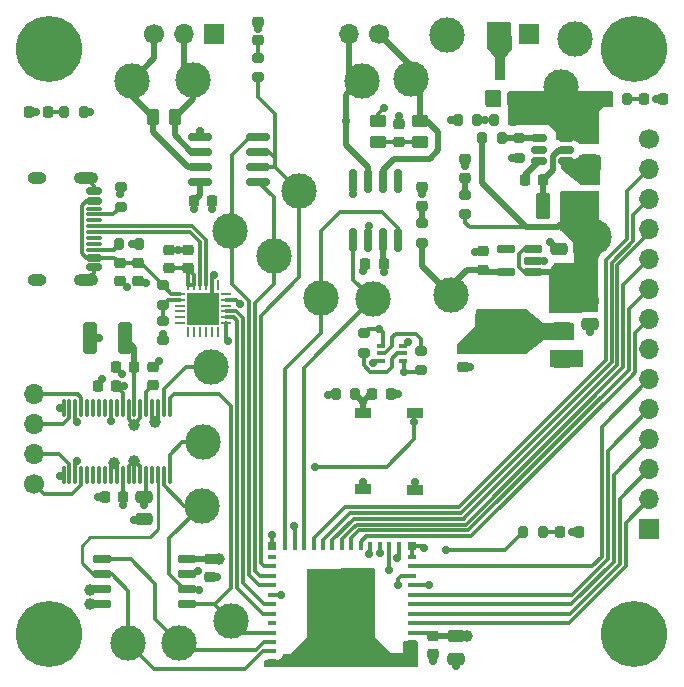
<source format=gtl>
G04 #@! TF.GenerationSoftware,KiCad,Pcbnew,8.0.6*
G04 #@! TF.CreationDate,2025-01-17T02:24:04-08:00*
G04 #@! TF.ProjectId,Constellation Stack V2.0,436f6e73-7465-46c6-9c61-74696f6e2053,rev?*
G04 #@! TF.SameCoordinates,Original*
G04 #@! TF.FileFunction,Copper,L1,Top*
G04 #@! TF.FilePolarity,Positive*
%FSLAX46Y46*%
G04 Gerber Fmt 4.6, Leading zero omitted, Abs format (unit mm)*
G04 Created by KiCad (PCBNEW 8.0.6) date 2025-01-17 02:24:04*
%MOMM*%
%LPD*%
G01*
G04 APERTURE LIST*
G04 Aperture macros list*
%AMRoundRect*
0 Rectangle with rounded corners*
0 $1 Rounding radius*
0 $2 $3 $4 $5 $6 $7 $8 $9 X,Y pos of 4 corners*
0 Add a 4 corners polygon primitive as box body*
4,1,4,$2,$3,$4,$5,$6,$7,$8,$9,$2,$3,0*
0 Add four circle primitives for the rounded corners*
1,1,$1+$1,$2,$3*
1,1,$1+$1,$4,$5*
1,1,$1+$1,$6,$7*
1,1,$1+$1,$8,$9*
0 Add four rect primitives between the rounded corners*
20,1,$1+$1,$2,$3,$4,$5,0*
20,1,$1+$1,$4,$5,$6,$7,0*
20,1,$1+$1,$6,$7,$8,$9,0*
20,1,$1+$1,$8,$9,$2,$3,0*%
%AMFreePoly0*
4,1,14,0.728536,0.728536,0.730000,0.725000,0.730000,-0.725000,0.728536,-0.728536,0.725000,-0.730000,-0.725000,-0.730000,-0.728536,-0.728536,-0.730000,-0.725000,-0.730000,0.125000,-0.728536,0.128536,-0.128536,0.728536,-0.125000,0.730000,0.725000,0.730000,0.728536,0.728536,0.728536,0.728536,$1*%
G04 Aperture macros list end*
G04 #@! TA.AperFunction,SMDPad,CuDef*
%ADD10RoundRect,0.150000X0.150000X-0.825000X0.150000X0.825000X-0.150000X0.825000X-0.150000X-0.825000X0*%
G04 #@! TD*
G04 #@! TA.AperFunction,SMDPad,CuDef*
%ADD11RoundRect,0.218750X-0.218750X-0.256250X0.218750X-0.256250X0.218750X0.256250X-0.218750X0.256250X0*%
G04 #@! TD*
G04 #@! TA.AperFunction,SMDPad,CuDef*
%ADD12RoundRect,0.200000X0.275000X-0.200000X0.275000X0.200000X-0.275000X0.200000X-0.275000X-0.200000X0*%
G04 #@! TD*
G04 #@! TA.AperFunction,SMDPad,CuDef*
%ADD13RoundRect,0.250000X0.450000X-0.262500X0.450000X0.262500X-0.450000X0.262500X-0.450000X-0.262500X0*%
G04 #@! TD*
G04 #@! TA.AperFunction,SMDPad,CuDef*
%ADD14RoundRect,0.250000X-0.262500X-0.450000X0.262500X-0.450000X0.262500X0.450000X-0.262500X0.450000X0*%
G04 #@! TD*
G04 #@! TA.AperFunction,ComponentPad*
%ADD15C,5.600000*%
G04 #@! TD*
G04 #@! TA.AperFunction,SMDPad,CuDef*
%ADD16RoundRect,0.100000X-0.225000X-0.100000X0.225000X-0.100000X0.225000X0.100000X-0.225000X0.100000X0*%
G04 #@! TD*
G04 #@! TA.AperFunction,SMDPad,CuDef*
%ADD17RoundRect,0.200000X0.200000X0.275000X-0.200000X0.275000X-0.200000X-0.275000X0.200000X-0.275000X0*%
G04 #@! TD*
G04 #@! TA.AperFunction,SMDPad,CuDef*
%ADD18RoundRect,0.075000X-0.075000X0.662500X-0.075000X-0.662500X0.075000X-0.662500X0.075000X0.662500X0*%
G04 #@! TD*
G04 #@! TA.AperFunction,SMDPad,CuDef*
%ADD19RoundRect,0.225000X0.250000X-0.225000X0.250000X0.225000X-0.250000X0.225000X-0.250000X-0.225000X0*%
G04 #@! TD*
G04 #@! TA.AperFunction,SMDPad,CuDef*
%ADD20RoundRect,0.250000X-0.475000X0.250000X-0.475000X-0.250000X0.475000X-0.250000X0.475000X0.250000X0*%
G04 #@! TD*
G04 #@! TA.AperFunction,SMDPad,CuDef*
%ADD21RoundRect,0.250000X0.475000X-0.250000X0.475000X0.250000X-0.475000X0.250000X-0.475000X-0.250000X0*%
G04 #@! TD*
G04 #@! TA.AperFunction,SMDPad,CuDef*
%ADD22RoundRect,0.150000X-0.500000X0.150000X-0.500000X-0.150000X0.500000X-0.150000X0.500000X0.150000X0*%
G04 #@! TD*
G04 #@! TA.AperFunction,SMDPad,CuDef*
%ADD23RoundRect,0.075000X-0.575000X0.075000X-0.575000X-0.075000X0.575000X-0.075000X0.575000X0.075000X0*%
G04 #@! TD*
G04 #@! TA.AperFunction,ComponentPad*
%ADD24O,2.100000X1.000000*%
G04 #@! TD*
G04 #@! TA.AperFunction,ComponentPad*
%ADD25O,1.600000X1.000000*%
G04 #@! TD*
G04 #@! TA.AperFunction,SMDPad,CuDef*
%ADD26RoundRect,0.062500X-0.062500X0.350000X-0.062500X-0.350000X0.062500X-0.350000X0.062500X0.350000X0*%
G04 #@! TD*
G04 #@! TA.AperFunction,SMDPad,CuDef*
%ADD27RoundRect,0.062500X-0.350000X0.062500X-0.350000X-0.062500X0.350000X-0.062500X0.350000X0.062500X0*%
G04 #@! TD*
G04 #@! TA.AperFunction,HeatsinkPad*
%ADD28R,2.700000X2.700000*%
G04 #@! TD*
G04 #@! TA.AperFunction,SMDPad,CuDef*
%ADD29RoundRect,0.225000X-0.225000X-0.250000X0.225000X-0.250000X0.225000X0.250000X-0.225000X0.250000X0*%
G04 #@! TD*
G04 #@! TA.AperFunction,SMDPad,CuDef*
%ADD30RoundRect,0.225000X-0.250000X0.225000X-0.250000X-0.225000X0.250000X-0.225000X0.250000X0.225000X0*%
G04 #@! TD*
G04 #@! TA.AperFunction,SMDPad,CuDef*
%ADD31RoundRect,0.375000X0.625000X0.375000X-0.625000X0.375000X-0.625000X-0.375000X0.625000X-0.375000X0*%
G04 #@! TD*
G04 #@! TA.AperFunction,SMDPad,CuDef*
%ADD32RoundRect,0.500000X0.500000X1.400000X-0.500000X1.400000X-0.500000X-1.400000X0.500000X-1.400000X0*%
G04 #@! TD*
G04 #@! TA.AperFunction,SMDPad,CuDef*
%ADD33RoundRect,0.150000X0.512500X0.150000X-0.512500X0.150000X-0.512500X-0.150000X0.512500X-0.150000X0*%
G04 #@! TD*
G04 #@! TA.AperFunction,SMDPad,CuDef*
%ADD34RoundRect,0.225000X0.225000X0.250000X-0.225000X0.250000X-0.225000X-0.250000X0.225000X-0.250000X0*%
G04 #@! TD*
G04 #@! TA.AperFunction,SMDPad,CuDef*
%ADD35RoundRect,0.218750X0.218750X0.256250X-0.218750X0.256250X-0.218750X-0.256250X0.218750X-0.256250X0*%
G04 #@! TD*
G04 #@! TA.AperFunction,SMDPad,CuDef*
%ADD36R,0.800000X0.400000*%
G04 #@! TD*
G04 #@! TA.AperFunction,SMDPad,CuDef*
%ADD37R,0.400000X0.800000*%
G04 #@! TD*
G04 #@! TA.AperFunction,SMDPad,CuDef*
%ADD38R,1.450000X1.450000*%
G04 #@! TD*
G04 #@! TA.AperFunction,SMDPad,CuDef*
%ADD39FreePoly0,180.000000*%
G04 #@! TD*
G04 #@! TA.AperFunction,SMDPad,CuDef*
%ADD40R,0.700000X0.700000*%
G04 #@! TD*
G04 #@! TA.AperFunction,SMDPad,CuDef*
%ADD41RoundRect,0.150000X-0.650000X-0.150000X0.650000X-0.150000X0.650000X0.150000X-0.650000X0.150000X0*%
G04 #@! TD*
G04 #@! TA.AperFunction,SMDPad,CuDef*
%ADD42RoundRect,0.200000X-0.200000X-0.275000X0.200000X-0.275000X0.200000X0.275000X-0.200000X0.275000X0*%
G04 #@! TD*
G04 #@! TA.AperFunction,SMDPad,CuDef*
%ADD43R,1.397000X0.889000*%
G04 #@! TD*
G04 #@! TA.AperFunction,SMDPad,CuDef*
%ADD44RoundRect,0.150000X0.650000X0.150000X-0.650000X0.150000X-0.650000X-0.150000X0.650000X-0.150000X0*%
G04 #@! TD*
G04 #@! TA.AperFunction,SMDPad,CuDef*
%ADD45RoundRect,0.250000X-0.325000X-1.100000X0.325000X-1.100000X0.325000X1.100000X-0.325000X1.100000X0*%
G04 #@! TD*
G04 #@! TA.AperFunction,SMDPad,CuDef*
%ADD46RoundRect,0.150000X0.150000X-0.512500X0.150000X0.512500X-0.150000X0.512500X-0.150000X-0.512500X0*%
G04 #@! TD*
G04 #@! TA.AperFunction,SMDPad,CuDef*
%ADD47RoundRect,0.150000X0.825000X0.150000X-0.825000X0.150000X-0.825000X-0.150000X0.825000X-0.150000X0*%
G04 #@! TD*
G04 #@! TA.AperFunction,SMDPad,CuDef*
%ADD48RoundRect,0.250000X-0.375000X-0.850000X0.375000X-0.850000X0.375000X0.850000X-0.375000X0.850000X0*%
G04 #@! TD*
G04 #@! TA.AperFunction,SMDPad,CuDef*
%ADD49RoundRect,0.250000X-0.450000X0.262500X-0.450000X-0.262500X0.450000X-0.262500X0.450000X0.262500X0*%
G04 #@! TD*
G04 #@! TA.AperFunction,SMDPad,CuDef*
%ADD50RoundRect,0.218750X-0.256250X0.218750X-0.256250X-0.218750X0.256250X-0.218750X0.256250X0.218750X0*%
G04 #@! TD*
G04 #@! TA.AperFunction,SMDPad,CuDef*
%ADD51RoundRect,0.200000X-0.275000X0.200000X-0.275000X-0.200000X0.275000X-0.200000X0.275000X0.200000X0*%
G04 #@! TD*
G04 #@! TA.AperFunction,ComponentPad*
%ADD52C,3.000000*%
G04 #@! TD*
G04 #@! TA.AperFunction,ComponentPad*
%ADD53C,1.700000*%
G04 #@! TD*
G04 #@! TA.AperFunction,ComponentPad*
%ADD54O,1.700000X1.700000*%
G04 #@! TD*
G04 #@! TA.AperFunction,ComponentPad*
%ADD55R,1.700000X1.700000*%
G04 #@! TD*
G04 #@! TA.AperFunction,ViaPad*
%ADD56C,1.000000*%
G04 #@! TD*
G04 #@! TA.AperFunction,ViaPad*
%ADD57C,0.700000*%
G04 #@! TD*
G04 #@! TA.AperFunction,Conductor*
%ADD58C,0.300000*%
G04 #@! TD*
G04 #@! TA.AperFunction,Conductor*
%ADD59C,0.500000*%
G04 #@! TD*
G04 #@! TA.AperFunction,Conductor*
%ADD60C,0.250000*%
G04 #@! TD*
G04 APERTURE END LIST*
D10*
X54950000Y-45330000D03*
X56220000Y-45330000D03*
X57490000Y-45330000D03*
X58760000Y-45330000D03*
X58760000Y-40380000D03*
X57490000Y-40380000D03*
X56220000Y-40380000D03*
X54950000Y-40380000D03*
D11*
X27492500Y-34544000D03*
X29067500Y-34544000D03*
D12*
X38795000Y-50830000D03*
X38795000Y-49180000D03*
D13*
X60604999Y-37075000D03*
X60604999Y-35250000D03*
D14*
X37995000Y-34970000D03*
X39820000Y-34970000D03*
D15*
X78740000Y-78740000D03*
D16*
X57282499Y-54307500D03*
X57282500Y-54957500D03*
X57282499Y-55607500D03*
X59182499Y-55607500D03*
X59182498Y-54957500D03*
X59182499Y-54307500D03*
D17*
X65420000Y-35160000D03*
X63770000Y-35160000D03*
D18*
X39412500Y-59567500D03*
X38912500Y-59567500D03*
X38412500Y-59567500D03*
X37912500Y-59567500D03*
X37412500Y-59567500D03*
X36912500Y-59567500D03*
X36412500Y-59567500D03*
X35912500Y-59567500D03*
X35412500Y-59567500D03*
X34912500Y-59567500D03*
X34412500Y-59567500D03*
X33912500Y-59567500D03*
X33412500Y-59567500D03*
X32912500Y-59567500D03*
X32412500Y-59567500D03*
X31912500Y-59567500D03*
X31412500Y-59567500D03*
X30912500Y-59567500D03*
X30412500Y-59567500D03*
X30412500Y-65292500D03*
X30912500Y-65292500D03*
X31412500Y-65292500D03*
X31912500Y-65292500D03*
X32412500Y-65292500D03*
X32912500Y-65292500D03*
X33412500Y-65292500D03*
X33912500Y-65292500D03*
X34412500Y-65292500D03*
X34912500Y-65292500D03*
X35412500Y-65292500D03*
X35912500Y-65292500D03*
X36412500Y-65292500D03*
X36912500Y-65292500D03*
X37412500Y-65292500D03*
X37912500Y-65292500D03*
X38412500Y-65292500D03*
X38912500Y-65292500D03*
X39412500Y-65292500D03*
D19*
X74930000Y-41850000D03*
X74930000Y-40300000D03*
D20*
X74950000Y-50550000D03*
X74950000Y-52449998D03*
D21*
X37240000Y-69019999D03*
X37240000Y-67120001D03*
D22*
X32955000Y-41250000D03*
X32955000Y-42050000D03*
D23*
X32954999Y-43200000D03*
X32955000Y-44200000D03*
X32955000Y-44700000D03*
X32954999Y-45700000D03*
D22*
X32955000Y-46850000D03*
X32955000Y-47650000D03*
X32955000Y-47650000D03*
X32955000Y-46850000D03*
D23*
X32955000Y-46200000D03*
X32955000Y-45200000D03*
X32955000Y-43700000D03*
X32955000Y-42700000D03*
D22*
X32955000Y-42050000D03*
X32955000Y-41250000D03*
D24*
X32315000Y-40130000D03*
D25*
X28135000Y-40130000D03*
D24*
X32315000Y-48770000D03*
D25*
X28135000Y-48770000D03*
D19*
X40905000Y-47730001D03*
X40905000Y-46180001D03*
D26*
X43470000Y-49197499D03*
X42970000Y-49197500D03*
X42470000Y-49197500D03*
X41970000Y-49197500D03*
X41470000Y-49197500D03*
X40970000Y-49197499D03*
D27*
X40257499Y-49910000D03*
X40257500Y-50410000D03*
X40257500Y-50910000D03*
X40257500Y-51410000D03*
X40257500Y-51910000D03*
X40257499Y-52410000D03*
D26*
X40970000Y-53122501D03*
X41470000Y-53122500D03*
X41970000Y-53122500D03*
X42470000Y-53122500D03*
X42970000Y-53122500D03*
X43470000Y-53122501D03*
D27*
X44182501Y-52410000D03*
X44182500Y-51910000D03*
X44182500Y-51410000D03*
X44182500Y-50910000D03*
X44182500Y-50410000D03*
X44182501Y-49910000D03*
D28*
X42220000Y-51160000D03*
D29*
X56555000Y-58400000D03*
X58105000Y-58400000D03*
D15*
X29210000Y-78740000D03*
D30*
X35183750Y-47317500D03*
X35183750Y-48867500D03*
D31*
X72600000Y-55400000D03*
X72599999Y-53100000D03*
X72600000Y-50800000D03*
D32*
X66300001Y-53100000D03*
D33*
X72980000Y-38659999D03*
X72980000Y-37710000D03*
X72980000Y-36760001D03*
X70705000Y-36760001D03*
X70705000Y-37710000D03*
X70705000Y-38659999D03*
D29*
X34862500Y-56150000D03*
X36412500Y-56150000D03*
D34*
X57520000Y-47395000D03*
X55970000Y-47395000D03*
D30*
X42790000Y-72365000D03*
X42790000Y-73915000D03*
D12*
X35233750Y-42527500D03*
X35233750Y-40877500D03*
D35*
X74032501Y-70100000D03*
X72457499Y-70100000D03*
D12*
X60790000Y-45595000D03*
X60790000Y-43945000D03*
D36*
X59875000Y-80200000D03*
X59875000Y-79400000D03*
X59875000Y-78600000D03*
X59875000Y-77800000D03*
X59875000Y-76999999D03*
X59875000Y-76200000D03*
X59875000Y-75400001D03*
X59875000Y-74600000D03*
X59875000Y-73800000D03*
X59875000Y-73000000D03*
X59875000Y-72200000D03*
D37*
X58775000Y-71300000D03*
X57975000Y-71300000D03*
X57175000Y-71300000D03*
X56375000Y-71300000D03*
X55575000Y-71300000D03*
X54775000Y-71300000D03*
X53975000Y-71300000D03*
X53175000Y-71300000D03*
X52375000Y-71300000D03*
X51575000Y-71300000D03*
X50775000Y-71300000D03*
X49975000Y-71300000D03*
X49175000Y-71300000D03*
D36*
X48075000Y-72200000D03*
X48075000Y-73000000D03*
X48075000Y-73800000D03*
X48075000Y-74600000D03*
X48075000Y-75400001D03*
X48075000Y-76200000D03*
X48075000Y-76999999D03*
X48075000Y-77800000D03*
X48075000Y-78600000D03*
X48075000Y-79400000D03*
X48075000Y-80200000D03*
D37*
X49175000Y-81100000D03*
X49975000Y-81100000D03*
X50775000Y-81100000D03*
X51575000Y-81100000D03*
X52375000Y-81100000D03*
X53175000Y-81100000D03*
X53975000Y-81100000D03*
X54775000Y-81100000D03*
X55575000Y-81100000D03*
X56375000Y-81100000D03*
X57175000Y-81100000D03*
X57975000Y-81100000D03*
X58775000Y-81100000D03*
D38*
X53975000Y-76200000D03*
X53975000Y-74225000D03*
X52000000Y-74225000D03*
X52000000Y-76200000D03*
X52000000Y-78175000D03*
D39*
X55950000Y-78175000D03*
D38*
X55950000Y-76200000D03*
X55950000Y-74225000D03*
X53975000Y-78175000D03*
D40*
X48025000Y-81150000D03*
X48025000Y-71250000D03*
X59925000Y-71250000D03*
X59925000Y-81150000D03*
D41*
X33680000Y-72405000D03*
X33680000Y-73675000D03*
X33680000Y-74945000D03*
X33680000Y-76215000D03*
X40880000Y-76215000D03*
X40880000Y-74945000D03*
X40880000Y-73675000D03*
X40880000Y-72405000D03*
D30*
X58840000Y-35525000D03*
X58840000Y-37075000D03*
X61700000Y-78850000D03*
X61700000Y-80400000D03*
X64219999Y-54550000D03*
X64219999Y-56100000D03*
D29*
X33325000Y-57760000D03*
X34875000Y-57760000D03*
D19*
X65900000Y-47875000D03*
X65900000Y-46325000D03*
D42*
X35128750Y-45732500D03*
X36778750Y-45732500D03*
X69330000Y-70100000D03*
X70980000Y-70100000D03*
D43*
X55755000Y-66479999D03*
X55755000Y-59979997D03*
D12*
X38790000Y-53855000D03*
X38790000Y-52205000D03*
D43*
X60165000Y-66499999D03*
X60165000Y-59999997D03*
D17*
X32130000Y-34544000D03*
X30480000Y-34544000D03*
D12*
X68980000Y-38410001D03*
X68980000Y-36760001D03*
D44*
X70160000Y-48050000D03*
X70160000Y-47100000D03*
X70160000Y-46150000D03*
X67860000Y-46150000D03*
X67860000Y-48050000D03*
D45*
X32674999Y-53680000D03*
X35625001Y-53680000D03*
D46*
X66420002Y-33400000D03*
X68320000Y-33400000D03*
X67370001Y-31125000D03*
D21*
X72340001Y-48029998D03*
X72340001Y-46130000D03*
D19*
X39315000Y-47730000D03*
X39315000Y-46180000D03*
D47*
X46895000Y-40430000D03*
X46895000Y-39160000D03*
X46895000Y-37890000D03*
X46895000Y-36620000D03*
X41945000Y-36620000D03*
X41945000Y-37890000D03*
X41945000Y-39160000D03*
X41945000Y-40430000D03*
D35*
X81155002Y-33380000D03*
X79580000Y-33380000D03*
D48*
X71035000Y-42510000D03*
X73185000Y-42510000D03*
D15*
X78740000Y-29210000D03*
D19*
X38000000Y-57675000D03*
X38000000Y-56125000D03*
D49*
X57074999Y-35250000D03*
X57074999Y-37075000D03*
D29*
X33895000Y-67130000D03*
X35445000Y-67130000D03*
D12*
X64430000Y-43175000D03*
X64430000Y-41525000D03*
D42*
X53470000Y-58400000D03*
X55120000Y-58400000D03*
D30*
X36753750Y-47317501D03*
X36753750Y-48867501D03*
D12*
X46850000Y-31595000D03*
X46850000Y-29945000D03*
D50*
X46859999Y-26872499D03*
X46859999Y-28447501D03*
X64420000Y-38512499D03*
X64420000Y-40087501D03*
D42*
X76505000Y-33380000D03*
X78155000Y-33380000D03*
D20*
X74940000Y-36690000D03*
X74940000Y-38589998D03*
D12*
X60682500Y-56405000D03*
X60682500Y-54755000D03*
D17*
X67500000Y-36760001D03*
X65850000Y-36760001D03*
D50*
X60790000Y-40904998D03*
X60790000Y-42480000D03*
D29*
X41440000Y-42090000D03*
X42990000Y-42090000D03*
D15*
X29210000Y-29210000D03*
D20*
X63610000Y-78900000D03*
X63610000Y-80799998D03*
D17*
X68470000Y-35160000D03*
X66820000Y-35160000D03*
D51*
X55812500Y-53275000D03*
X55812500Y-54925000D03*
D29*
X69485000Y-40250000D03*
X71035000Y-40250000D03*
D52*
X62860000Y-27980000D03*
X42870000Y-56080000D03*
X40175000Y-79490000D03*
X50370000Y-41190000D03*
X56580000Y-50380000D03*
X36200000Y-31870000D03*
X42180000Y-62470000D03*
X41410000Y-31850000D03*
X44600000Y-77610000D03*
D53*
X38100000Y-27940000D03*
D54*
X40640000Y-27940000D03*
D55*
X43179999Y-27940000D03*
D53*
X57150000Y-27940000D03*
D54*
X54610000Y-27940000D03*
D52*
X42140000Y-67850000D03*
X63246000Y-50038000D03*
X73725000Y-28350000D03*
X44510000Y-44590000D03*
X52240000Y-50310000D03*
X72500000Y-32375000D03*
D53*
X27940000Y-66040000D03*
D54*
X27940000Y-63500000D03*
X27940000Y-60960001D03*
X27940000Y-58420000D03*
D52*
X48220000Y-46710000D03*
D55*
X69850000Y-27940000D03*
D54*
X67310000Y-27940000D03*
D52*
X59850000Y-31710000D03*
X75280000Y-45110000D03*
X35890000Y-79490000D03*
X55690000Y-31880000D03*
D53*
X80010000Y-36830000D03*
D54*
X80010000Y-39370000D03*
X80010000Y-41910000D03*
X80010000Y-44450000D03*
X80010000Y-46990000D03*
X80010000Y-49530000D03*
X80010000Y-52070000D03*
X80010000Y-54610000D03*
X80010000Y-57150000D03*
X80010000Y-59690000D03*
X80010000Y-62230000D03*
X80010000Y-64770000D03*
X80010000Y-67310000D03*
D55*
X80010000Y-69850000D03*
D56*
X52665578Y-79705467D03*
D57*
X33290000Y-67150000D03*
X73450000Y-70120000D03*
D56*
X36412500Y-64030000D03*
D57*
X30100000Y-65310000D03*
X30080000Y-59570000D03*
X71630000Y-45560000D03*
X35753750Y-49312500D03*
X80567500Y-33391362D03*
X31553744Y-64071773D03*
X38500000Y-55620000D03*
X43169999Y-48281593D03*
X48060000Y-70330000D03*
D56*
X38160000Y-60800000D03*
D57*
X35380000Y-56670000D03*
X33440000Y-53680000D03*
D56*
X56640579Y-79705467D03*
D57*
X36350000Y-69050000D03*
X43420000Y-73920000D03*
X40127500Y-46190000D03*
D56*
X51340579Y-79705467D03*
D57*
X36213750Y-45732500D03*
X28080000Y-34544000D03*
X46870000Y-27460001D03*
X61710000Y-81020000D03*
X55785000Y-48025000D03*
X73800000Y-39810000D03*
D56*
X53990579Y-79705467D03*
D57*
X64860000Y-56130000D03*
X60155000Y-65879998D03*
X60780000Y-41492501D03*
X58715000Y-58440000D03*
X58850000Y-34900000D03*
X67100000Y-32990000D03*
X60910000Y-71430000D03*
X42985000Y-42730000D03*
D56*
X55315578Y-79705467D03*
D57*
X74000000Y-55780000D03*
X63200000Y-35170000D03*
X74950000Y-53120000D03*
X65260000Y-46340000D03*
X74010000Y-55050000D03*
X67110000Y-33710000D03*
D56*
X34662499Y-64247525D03*
D57*
X63630000Y-81460000D03*
X38800000Y-53300000D03*
X71110000Y-47120000D03*
X57170000Y-71850000D03*
X64436031Y-39100001D03*
X34412559Y-60690221D03*
X37393750Y-48992500D03*
D56*
X32620000Y-76220000D03*
D57*
X31514365Y-60765555D03*
X35223750Y-41442500D03*
X55755000Y-65870000D03*
X41974999Y-36160000D03*
X54935000Y-41505000D03*
X56240000Y-44200000D03*
D56*
X36375889Y-61005000D03*
D57*
X68359999Y-38410001D03*
X33700000Y-57150000D03*
D56*
X69550000Y-53090000D03*
X32620000Y-74970000D03*
X68450000Y-51990000D03*
X43530000Y-72330000D03*
X68450000Y-53080000D03*
D57*
X41800000Y-73380000D03*
D56*
X69550000Y-54190000D03*
D57*
X32690000Y-34554000D03*
D56*
X69500000Y-51990000D03*
D57*
X37250000Y-67800000D03*
D56*
X68450000Y-54190000D03*
D57*
X52797500Y-58460000D03*
D56*
X64600000Y-78900000D03*
D57*
X41450000Y-42760000D03*
X57520000Y-48030000D03*
X35440000Y-67760000D03*
X35500000Y-57760000D03*
X61380000Y-74600000D03*
X55755000Y-59070000D03*
X56617475Y-55755025D03*
X54300000Y-35300000D03*
X51720000Y-64550000D03*
X49930000Y-69600000D03*
X59585000Y-54000000D03*
X60105000Y-60790000D03*
X45390000Y-50800000D03*
X57112500Y-52870000D03*
X44360000Y-53880000D03*
X59242500Y-56570000D03*
X58700000Y-74600000D03*
X66120000Y-35160000D03*
X56273892Y-71933637D03*
X62760000Y-71620000D03*
X57525000Y-34200000D03*
X41890000Y-74960000D03*
X48830000Y-75400000D03*
X57975000Y-73333637D03*
X58675000Y-72320000D03*
D58*
X41945000Y-36620000D02*
X41945000Y-36190000D01*
X38412500Y-59567500D02*
X38412500Y-60547500D01*
X48025000Y-71250000D02*
X48025000Y-70365000D01*
X59875000Y-71300000D02*
X59925000Y-71250000D01*
X30082500Y-59567500D02*
X30080000Y-59570000D01*
X55970000Y-47840000D02*
X55785000Y-48025000D01*
D59*
X58675000Y-58400000D02*
X58715000Y-58440000D01*
X55755000Y-66480000D02*
X55755000Y-65870000D01*
D58*
X27492500Y-34544000D02*
X28080000Y-34544000D01*
X35912500Y-60541611D02*
X35912500Y-59567500D01*
X34862500Y-56150000D02*
X34862500Y-56152500D01*
X61700000Y-80400000D02*
X61700000Y-81010000D01*
X46859999Y-27450000D02*
X46870000Y-27460001D01*
D59*
X38790000Y-53310000D02*
X38800000Y-53300000D01*
D58*
X31412500Y-65292500D02*
X31412500Y-64213017D01*
X30117500Y-65292500D02*
X30100000Y-65310000D01*
X60730000Y-71250000D02*
X59925000Y-71250000D01*
X63610000Y-81440000D02*
X63630000Y-81460000D01*
D59*
X60165000Y-65889998D02*
X60155000Y-65879998D01*
X60790000Y-41482501D02*
X60780000Y-41492501D01*
X72340001Y-46130000D02*
X72200000Y-46130000D01*
D58*
X42990000Y-42090000D02*
X42990000Y-42725000D01*
X36778750Y-45732500D02*
X36213750Y-45732500D01*
X56220000Y-45330000D02*
X56220000Y-44220000D01*
D59*
X60790000Y-40904998D02*
X60790000Y-41482501D01*
D58*
X38000000Y-56125000D02*
X38000000Y-56120000D01*
X31412500Y-60663690D02*
X31514365Y-60765555D01*
X30412500Y-65292500D02*
X30117500Y-65292500D01*
X63210000Y-35160000D02*
X63200000Y-35170000D01*
D59*
X33680000Y-76215000D02*
X32625000Y-76215000D01*
D58*
X64420000Y-39083970D02*
X64436031Y-39100001D01*
X42970000Y-49197500D02*
X42970001Y-48481592D01*
X33895000Y-67130000D02*
X33310000Y-67130000D01*
D59*
X74950000Y-52449998D02*
X74950000Y-53120000D01*
D58*
X37912500Y-59567500D02*
X37912500Y-60552500D01*
X31412500Y-64213017D02*
X31553744Y-64071773D01*
X43415000Y-73915000D02*
X43420000Y-73920000D01*
D59*
X64219999Y-56100000D02*
X64830000Y-56100000D01*
D58*
X37912500Y-60552500D02*
X38160000Y-60800000D01*
X65275000Y-46325000D02*
X65260000Y-46340000D01*
X64420000Y-38512499D02*
X64420000Y-39083970D01*
X32674999Y-53680000D02*
X33440000Y-53680000D01*
X34412500Y-59567500D02*
X34412500Y-60690162D01*
X63610000Y-80799998D02*
X63610000Y-81440000D01*
X57175000Y-71845000D02*
X57170000Y-71850000D01*
D59*
X68359999Y-38410001D02*
X68980000Y-38410001D01*
X60165000Y-66499999D02*
X60165000Y-65889998D01*
D58*
X33325000Y-57525000D02*
X33700000Y-57150000D01*
X35183750Y-48867500D02*
X35308750Y-48867500D01*
X59875000Y-72200000D02*
X59875000Y-71300000D01*
X35233750Y-41432500D02*
X35223750Y-41442500D01*
D59*
X58105000Y-58400000D02*
X58675000Y-58400000D01*
D58*
X32948750Y-48142500D02*
X32308750Y-48782500D01*
X41945000Y-36190000D02*
X41974999Y-36160000D01*
X32948750Y-47662500D02*
X32948750Y-48142500D01*
X70160000Y-47100000D02*
X71090000Y-47100000D01*
X32950000Y-41260000D02*
X32950000Y-40780000D01*
X34662499Y-64247525D02*
X34912500Y-64497526D01*
X34412500Y-60690162D02*
X34412559Y-60690221D01*
D59*
X40127500Y-46190000D02*
X39325000Y-46190000D01*
D58*
X35233750Y-40877500D02*
X35233750Y-41432500D01*
X58840000Y-35525000D02*
X58840000Y-34910000D01*
X63770000Y-35160000D02*
X63210000Y-35160000D01*
D59*
X64830000Y-56100000D02*
X64860000Y-56130000D01*
D58*
X33310000Y-67130000D02*
X33290000Y-67150000D01*
D59*
X38790000Y-53855000D02*
X38790000Y-53310000D01*
D58*
X80578862Y-33380000D02*
X80567500Y-33391362D01*
X30412500Y-59567500D02*
X30082500Y-59567500D01*
X35308750Y-48867500D02*
X35753750Y-49312500D01*
X37240000Y-69019999D02*
X36380001Y-69019999D01*
D59*
X72200000Y-46130000D02*
X71630000Y-45560000D01*
D58*
X42970001Y-48481592D02*
X43169999Y-48281593D01*
X81155002Y-33380000D02*
X80578862Y-33380000D01*
X36380001Y-69019999D02*
X36350000Y-69050000D01*
X31412500Y-59567500D02*
X31412500Y-60663690D01*
X34912500Y-64497526D02*
X34912500Y-65292500D01*
X57175000Y-71300000D02*
X57175000Y-71845000D01*
X34862500Y-56152500D02*
X35380000Y-56670000D01*
X56220000Y-44220000D02*
X56240000Y-44200000D01*
X32950000Y-40780000D02*
X32310000Y-40140000D01*
D59*
X32625000Y-76215000D02*
X32620000Y-76220000D01*
D58*
X42220000Y-51160000D02*
X42970000Y-50410000D01*
D59*
X39325000Y-46190000D02*
X39315000Y-46180000D01*
D58*
X38000000Y-56120000D02*
X38500000Y-55620000D01*
X42970000Y-50410000D02*
X42970000Y-49197500D01*
X58840000Y-34910000D02*
X58850000Y-34900000D01*
X54950000Y-41490000D02*
X54935000Y-41505000D01*
X36912500Y-60468389D02*
X36912500Y-59567500D01*
X36753750Y-48867501D02*
X37268751Y-48867501D01*
D59*
X40905001Y-46180001D02*
X40137498Y-46180001D01*
D58*
X46859999Y-26872499D02*
X46859999Y-27450000D01*
X42790000Y-73915000D02*
X43415000Y-73915000D01*
X37268751Y-48867501D02*
X37393750Y-48992500D01*
X36375889Y-61005000D02*
X36912500Y-60468389D01*
X55970000Y-47395000D02*
X55970000Y-47840000D01*
X35912500Y-65292500D02*
X35912500Y-64530000D01*
X35912500Y-64530000D02*
X36412500Y-64030000D01*
X36912500Y-64530000D02*
X36412500Y-64030000D01*
X71090000Y-47100000D02*
X71110000Y-47120000D01*
D59*
X40137498Y-46180001D02*
X40127500Y-46190000D01*
D58*
X36375889Y-61005000D02*
X35912500Y-60541611D01*
X65900000Y-46325000D02*
X65275000Y-46325000D01*
X33325000Y-57760000D02*
X33325000Y-57525000D01*
X34662499Y-64247525D02*
X34412500Y-64497524D01*
X54950000Y-40380000D02*
X54950000Y-41490000D01*
X42990000Y-42725000D02*
X42985000Y-42730000D01*
X34412500Y-64497524D02*
X34412500Y-65292500D01*
X61700000Y-81010000D02*
X61710000Y-81020000D01*
X36412500Y-64030000D02*
X36412500Y-65292500D01*
X38412500Y-60547500D02*
X38160000Y-60800000D01*
X36912500Y-65292500D02*
X36912500Y-64530000D01*
X48025000Y-70365000D02*
X48060000Y-70330000D01*
X60910000Y-71430000D02*
X60730000Y-71250000D01*
D59*
X40880000Y-72405000D02*
X42750000Y-72405000D01*
X52857500Y-58400000D02*
X52797500Y-58460000D01*
D58*
X61450000Y-78600000D02*
X61700000Y-78850000D01*
D59*
X63610000Y-78900000D02*
X61750000Y-78900000D01*
D58*
X40880000Y-73675000D02*
X41505000Y-73675000D01*
D59*
X33680000Y-74945000D02*
X32645000Y-74945000D01*
X53470000Y-58400000D02*
X52857500Y-58400000D01*
D58*
X32130000Y-34544000D02*
X32680000Y-34544000D01*
D59*
X37240000Y-67790000D02*
X37250000Y-67800000D01*
X32645000Y-74945000D02*
X32620000Y-74970000D01*
D58*
X59875000Y-78600000D02*
X61450000Y-78600000D01*
X41505000Y-73675000D02*
X41800000Y-73380000D01*
D59*
X42750000Y-72405000D02*
X42790000Y-72365000D01*
X43495000Y-72365000D02*
X43530000Y-72330000D01*
D58*
X32680000Y-34544000D02*
X32690000Y-34554000D01*
D59*
X61750000Y-78900000D02*
X61700000Y-78850000D01*
X63610000Y-78900000D02*
X64600000Y-78900000D01*
D58*
X37412500Y-66947501D02*
X37240000Y-67120001D01*
D59*
X42790000Y-72365000D02*
X43495000Y-72365000D01*
D58*
X37412500Y-65292500D02*
X37412500Y-66947501D01*
D59*
X37240000Y-67120001D02*
X37240000Y-67790000D01*
X69485000Y-39885000D02*
X69485000Y-40250000D01*
X70705000Y-38659999D02*
X70705000Y-38665000D01*
X70705000Y-38665000D02*
X69485000Y-39885000D01*
X72980000Y-37710000D02*
X72317501Y-37710000D01*
X71817500Y-38210001D02*
X71817500Y-39467500D01*
X72317501Y-37710000D02*
X71817500Y-38210001D01*
X71035000Y-42510000D02*
X71035000Y-40250000D01*
X71817500Y-39467500D02*
X71035000Y-40250000D01*
X73185000Y-43375000D02*
X73185000Y-42510000D01*
X72310000Y-44250000D02*
X73185000Y-43375000D01*
D58*
X64430000Y-43880000D02*
X64800000Y-44250000D01*
X68950000Y-46560001D02*
X69360001Y-46150000D01*
X70160000Y-48049999D02*
X69360001Y-48050001D01*
D59*
X70180002Y-48029998D02*
X70160000Y-48050000D01*
X69590000Y-44250000D02*
X72310000Y-44250000D01*
D58*
X64430000Y-43175000D02*
X64430000Y-43880000D01*
X68950000Y-47640000D02*
X68950000Y-46560001D01*
X64800000Y-44250000D02*
X69590000Y-44250000D01*
X69950001Y-45980000D02*
X70750000Y-45980001D01*
D59*
X72340001Y-48029998D02*
X70180002Y-48029998D01*
D58*
X69360001Y-48050001D02*
X68950000Y-47640000D01*
D59*
X65850000Y-40510000D02*
X69590000Y-44250000D01*
X65850000Y-36760001D02*
X65850000Y-40510000D01*
X57520000Y-47395000D02*
X57520000Y-48030000D01*
X60790000Y-47582000D02*
X63246000Y-50038000D01*
X67860000Y-48050000D02*
X66075000Y-48050000D01*
X41945000Y-41585000D02*
X41440000Y-42090000D01*
X34875000Y-57760000D02*
X35500000Y-57760000D01*
D58*
X35412500Y-67097500D02*
X35445000Y-67130000D01*
D59*
X41440000Y-42090000D02*
X41440000Y-42750000D01*
D58*
X35412500Y-58297500D02*
X34875000Y-57760000D01*
D59*
X60790000Y-45595000D02*
X60790000Y-47582000D01*
D58*
X35445000Y-67130000D02*
X35445000Y-67755000D01*
D59*
X65900000Y-47875000D02*
X64595000Y-47875000D01*
X57490000Y-45330000D02*
X57490000Y-47365000D01*
X41945000Y-40430000D02*
X41945000Y-41585000D01*
X66075000Y-48050000D02*
X65900000Y-47875000D01*
X63246000Y-49224000D02*
X63246000Y-50038000D01*
X64595000Y-47875000D02*
X63246000Y-49224000D01*
X41440000Y-42750000D02*
X41450000Y-42760000D01*
D58*
X35412500Y-65292500D02*
X35412500Y-67097500D01*
D59*
X57490000Y-47365000D02*
X57520000Y-47395000D01*
D58*
X35412500Y-59567500D02*
X35412500Y-58297500D01*
X35445000Y-67755000D02*
X35440000Y-67760000D01*
D59*
X56555000Y-58400000D02*
X56390000Y-58400000D01*
D58*
X61380000Y-74600000D02*
X59875000Y-74600000D01*
D59*
X56390000Y-58400000D02*
X55755000Y-59035000D01*
D58*
X56765000Y-55607500D02*
X56617475Y-55755025D01*
D59*
X55755000Y-59070000D02*
X55755000Y-59035000D01*
D58*
X57282500Y-55607500D02*
X56765000Y-55607500D01*
D59*
X55755000Y-59979997D02*
X55755000Y-59070000D01*
X55755000Y-59035000D02*
X55120000Y-58400000D01*
D58*
X36932501Y-47317501D02*
X38795000Y-49180000D01*
X32350305Y-42050000D02*
X31954999Y-42445306D01*
X38795000Y-49185000D02*
X39520000Y-49910000D01*
X34716250Y-46850000D02*
X35183750Y-47317500D01*
X36753749Y-47317500D02*
X36753750Y-47317501D01*
X36753750Y-47317501D02*
X36932501Y-47317501D01*
X32351880Y-46850000D02*
X32955000Y-46850000D01*
X38795000Y-49180000D02*
X38795000Y-49185000D01*
X32955000Y-42050000D02*
X32350305Y-42050000D01*
X31954999Y-46453119D02*
X32351880Y-46850000D01*
X31954999Y-42445306D02*
X31954999Y-46453119D01*
X39520000Y-49910000D02*
X40257499Y-49910000D01*
X32955000Y-46850000D02*
X34716250Y-46850000D01*
X35183750Y-47317500D02*
X36753749Y-47317500D01*
X40970001Y-49197500D02*
X40970000Y-49197499D01*
X41470000Y-49197500D02*
X41470000Y-48295001D01*
X40970000Y-47795001D02*
X40905000Y-47730001D01*
X40970000Y-49197499D02*
X40970000Y-47795001D01*
X41470000Y-48295001D02*
X40905000Y-47730001D01*
X41470000Y-49197500D02*
X40970001Y-49197500D01*
X39315001Y-47730001D02*
X39315000Y-47730000D01*
X40905000Y-47730001D02*
X39315001Y-47730001D01*
D59*
X36412500Y-54467499D02*
X36412500Y-56150000D01*
X35625001Y-53680000D02*
X36412500Y-54467499D01*
D58*
X36412500Y-59567500D02*
X36412500Y-56150000D01*
X38000000Y-57675000D02*
X37412500Y-58262500D01*
X37412500Y-58262500D02*
X37412500Y-59567500D01*
X57074999Y-37075000D02*
X60604999Y-37075000D01*
X78155000Y-33380000D02*
X79580000Y-33380000D01*
D59*
X64420000Y-40087501D02*
X64420000Y-41515000D01*
X64420000Y-41515000D02*
X64430000Y-41525000D01*
X60790000Y-43945000D02*
X60790000Y-42480000D01*
D58*
X29067500Y-34544000D02*
X30480000Y-34544000D01*
X70980000Y-70100000D02*
X72457499Y-70100000D01*
X46859999Y-28447501D02*
X46859999Y-29935001D01*
X46859999Y-29935001D02*
X46850000Y-29945000D01*
X32954999Y-43200000D02*
X34561250Y-43200000D01*
X34561250Y-43200000D02*
X35233750Y-42527500D01*
X32955000Y-44200000D02*
X41327501Y-44200000D01*
X42470000Y-45342499D02*
X42470000Y-49197500D01*
X41327501Y-44200000D02*
X42470000Y-45342499D01*
X34661250Y-46200000D02*
X35128750Y-45732500D01*
X32955000Y-46200000D02*
X34661250Y-46200000D01*
X41120394Y-44700000D02*
X32955000Y-44700000D01*
X41970000Y-49197500D02*
X41970000Y-45549606D01*
X41970000Y-45549606D02*
X41120394Y-44700000D01*
X30912500Y-60408120D02*
X30360619Y-60960001D01*
X30912500Y-59567500D02*
X30912500Y-60408120D01*
X30360619Y-60960001D02*
X27940000Y-60960001D01*
X31605620Y-58420000D02*
X31912500Y-58726880D01*
X31912500Y-58726880D02*
X31912500Y-59567500D01*
X27940000Y-58420000D02*
X31605620Y-58420000D01*
X30912500Y-64352500D02*
X30912500Y-65292500D01*
X30060000Y-63500000D02*
X30912500Y-64352500D01*
X27940000Y-63500000D02*
X30060000Y-63500000D01*
X27940000Y-66040000D02*
X28790000Y-66890000D01*
X31912500Y-66133120D02*
X31912500Y-65292500D01*
X28790000Y-66890000D02*
X31155620Y-66890000D01*
X31155620Y-66890000D02*
X31912500Y-66133120D01*
X54887894Y-69780000D02*
X55217894Y-69450000D01*
X55217894Y-69450000D02*
X64485788Y-69450000D01*
X53975000Y-70692893D02*
X54887894Y-69780000D01*
X77810000Y-49190000D02*
X80010000Y-46990000D01*
X64485788Y-69450000D02*
X77810000Y-56125788D01*
X77810000Y-56125788D02*
X77810000Y-49190000D01*
X53975000Y-71300000D02*
X53975000Y-70692893D01*
X55425000Y-69950000D02*
X64692894Y-69950000D01*
X78310000Y-51230000D02*
X80010000Y-49530000D01*
X54775000Y-71300000D02*
X54775000Y-70600000D01*
X78310000Y-56332894D02*
X78310000Y-51230000D01*
X54775000Y-70600000D02*
X55425000Y-69950000D01*
X64692894Y-69950000D02*
X78310000Y-56332894D01*
X55575000Y-71300000D02*
X55575000Y-70892893D01*
X56017893Y-70450000D02*
X64900000Y-70450000D01*
X78810000Y-56540001D02*
X78810000Y-53270000D01*
X78517106Y-56832894D02*
X78517107Y-56832894D01*
X78517107Y-56832894D02*
X78810000Y-56540001D01*
X78810000Y-53270000D02*
X80010000Y-52070000D01*
X55575000Y-70892893D02*
X56017893Y-70450000D01*
X64900000Y-70450000D02*
X78517106Y-56832894D01*
X54225000Y-67950000D02*
X63864470Y-67950000D01*
X78140000Y-41240000D02*
X80010000Y-39370000D01*
X51575000Y-70600000D02*
X54225000Y-67950000D01*
X76310000Y-47085788D02*
X78140000Y-45255788D01*
X63864470Y-67950000D02*
X76310000Y-55504470D01*
X78140000Y-45255788D02*
X78140000Y-41240000D01*
X76310000Y-55504470D02*
X76310000Y-47085788D01*
X51575000Y-71300000D02*
X51575000Y-70600000D01*
X78640000Y-43280000D02*
X78640000Y-45462894D01*
X80010000Y-41910000D02*
X78640000Y-43280000D01*
X76810000Y-47292894D02*
X76810000Y-55711576D01*
X52375000Y-70745000D02*
X52375000Y-71300000D01*
X78640000Y-45462894D02*
X76810000Y-47292894D01*
X54670000Y-68450000D02*
X52375000Y-70745000D01*
X76810000Y-55711576D02*
X64071576Y-68450000D01*
X64071576Y-68450000D02*
X54670000Y-68450000D01*
X80010000Y-44450000D02*
X80010000Y-44800000D01*
X64278682Y-68950000D02*
X55010788Y-68950000D01*
X77310000Y-47500000D02*
X77310000Y-55918683D01*
X77310000Y-55918683D02*
X64429341Y-68799341D01*
X64429341Y-68799341D02*
X64278682Y-68950000D01*
X80010000Y-44800000D02*
X77310000Y-47500000D01*
X53175000Y-70785788D02*
X53175000Y-71300000D01*
X55010788Y-68950000D02*
X53175000Y-70785788D01*
D59*
X61400000Y-38500000D02*
X62150000Y-37750000D01*
X60604999Y-35250000D02*
X60604999Y-32464999D01*
X58395001Y-38500000D02*
X61400000Y-38500000D01*
X59850000Y-30640000D02*
X57150000Y-27940000D01*
X57490000Y-40380000D02*
X57490000Y-39405001D01*
X57490000Y-39405001D02*
X58395001Y-38500000D01*
X60604999Y-32464999D02*
X59850000Y-31710000D01*
X62150000Y-37750000D02*
X62150000Y-36190000D01*
X61210000Y-35250000D02*
X60604999Y-35250000D01*
X59850000Y-31710000D02*
X59850000Y-30640000D01*
X62150000Y-36190000D02*
X61210000Y-35250000D01*
X56220000Y-39200000D02*
X56220000Y-40380000D01*
X54300000Y-37280000D02*
X56220000Y-39200000D01*
X54300000Y-35300000D02*
X54300000Y-37280000D01*
X54300000Y-33080000D02*
X54300000Y-35300000D01*
X54610000Y-27940000D02*
X54610000Y-32770000D01*
X54610000Y-32770000D02*
X54300000Y-33080000D01*
D58*
X73488681Y-75400001D02*
X76490000Y-72398682D01*
X76490000Y-63210000D02*
X80010000Y-59690000D01*
X76490000Y-72398682D02*
X76490000Y-63210000D01*
X59875000Y-75400001D02*
X73488681Y-75400001D01*
X73395788Y-76200000D02*
X59875000Y-76200000D01*
X80010000Y-62230000D02*
X76990000Y-65250000D01*
X76990000Y-65250000D02*
X76990000Y-72605788D01*
X76990000Y-72605788D02*
X73395788Y-76200000D01*
X75181576Y-73000000D02*
X59875000Y-73000000D01*
X80010000Y-57150000D02*
X75990000Y-61170000D01*
X75990000Y-61170000D02*
X75990000Y-72191576D01*
X75990000Y-72191576D02*
X75181576Y-73000000D01*
X73302895Y-76999999D02*
X59875000Y-76999999D01*
X80010000Y-64770000D02*
X77490000Y-67290000D01*
X77490000Y-67290000D02*
X77490000Y-72812894D01*
X77490000Y-72812894D02*
X73302895Y-76999999D01*
X78010000Y-69310000D02*
X80010000Y-67310000D01*
X73210000Y-77800000D02*
X78010000Y-73000000D01*
X78010000Y-73000000D02*
X78010000Y-69310000D01*
X59875000Y-77800000D02*
X73210000Y-77800000D01*
D59*
X41945000Y-39160000D02*
X40970001Y-39160000D01*
X38100000Y-29970000D02*
X36200000Y-31870000D01*
X40970001Y-39160000D02*
X37995000Y-36184999D01*
X37995000Y-36184999D02*
X37995000Y-34970000D01*
X38100000Y-27940000D02*
X38100000Y-29970000D01*
X36200000Y-33175000D02*
X37995000Y-34970000D01*
X36200000Y-31870000D02*
X36200000Y-33175000D01*
D58*
X41900000Y-39160000D02*
X41870000Y-39130000D01*
D59*
X41240000Y-37890000D02*
X39820000Y-36470000D01*
X41410000Y-33380000D02*
X39820000Y-34970000D01*
X41945000Y-37890000D02*
X41240000Y-37890000D01*
X39820000Y-36470000D02*
X39820000Y-34970000D01*
X41410000Y-31850000D02*
X41410000Y-33380000D01*
X40640000Y-27940000D02*
X40640000Y-31080000D01*
X40640000Y-31080000D02*
X41410000Y-31850000D01*
D58*
X56372500Y-56500000D02*
X57782500Y-56500000D01*
X58625000Y-54957500D02*
X59182499Y-54957500D01*
X57782500Y-56500000D02*
X58182500Y-56099999D01*
X55812500Y-54925000D02*
X55812500Y-55940000D01*
X55812500Y-55940000D02*
X56372500Y-56500000D01*
X58182500Y-55400000D02*
X58625000Y-54957500D01*
X58182500Y-56099999D02*
X58182500Y-55400000D01*
X59182499Y-54307500D02*
X59277500Y-54307500D01*
X60105000Y-62235000D02*
X57790000Y-64550000D01*
X57790000Y-64550000D02*
X51720000Y-64550000D01*
X60105000Y-60790000D02*
X60105000Y-62235000D01*
X59277500Y-54307500D02*
X59585000Y-54000000D01*
X49930000Y-69600000D02*
X49975000Y-69645000D01*
X60105000Y-60059997D02*
X60165000Y-59999997D01*
X49975000Y-69645000D02*
X49975000Y-71300000D01*
X60105000Y-60790000D02*
X60105000Y-60059997D01*
X58252500Y-54301668D02*
X58252500Y-53550001D01*
X58252500Y-53550001D02*
X58522500Y-53280000D01*
X57282502Y-54957500D02*
X57596668Y-54957500D01*
X58522500Y-53280000D02*
X60212500Y-53280000D01*
X57596668Y-54957500D02*
X58252500Y-54301668D01*
X60212500Y-53280000D02*
X60682500Y-53749999D01*
X60682500Y-53749999D02*
X60682500Y-54755000D01*
X57432499Y-54157500D02*
X57282499Y-54307500D01*
X44182500Y-50410000D02*
X45000000Y-50410000D01*
X57112500Y-52870000D02*
X56217500Y-52870000D01*
X57112500Y-52870000D02*
X57432500Y-53190000D01*
X45000000Y-50410000D02*
X45390000Y-50800000D01*
X56217500Y-52870000D02*
X55812500Y-53275000D01*
X57432500Y-53190000D02*
X57432499Y-54157500D01*
X59242500Y-56570000D02*
X59242500Y-55667500D01*
X44182501Y-53702501D02*
X44360000Y-53880000D01*
X60517500Y-56570000D02*
X60682500Y-56405000D01*
X44182501Y-52410000D02*
X44182501Y-53702501D01*
X59242500Y-55667500D02*
X59182500Y-55607500D01*
X59242500Y-56570000D02*
X60517500Y-56570000D01*
X66120000Y-35160000D02*
X65420000Y-35160000D01*
X58700000Y-74600000D02*
X58700000Y-74080000D01*
X66820000Y-35160000D02*
X66120000Y-35160000D01*
X58700000Y-74080000D02*
X58980000Y-73800000D01*
X58980000Y-73800000D02*
X59875000Y-73800000D01*
D59*
X70705000Y-36760001D02*
X68980000Y-36760001D01*
X67500000Y-36760001D02*
X68980000Y-36760001D01*
D58*
X67810000Y-71620000D02*
X69330000Y-70100000D01*
X56375000Y-71832529D02*
X56273892Y-71933637D01*
X62760000Y-71620000D02*
X67810000Y-71620000D01*
X56375000Y-71300000D02*
X56375000Y-71832529D01*
X38795000Y-50830000D02*
X39215000Y-50410000D01*
X38785000Y-52310000D02*
X38795000Y-52300000D01*
X38795000Y-52300000D02*
X38795000Y-50830000D01*
X39215000Y-50410000D02*
X40257500Y-50410000D01*
X57074999Y-34650001D02*
X57074999Y-35250000D01*
X57525000Y-34200000D02*
X57074999Y-34650001D01*
X48340000Y-38400000D02*
X48340000Y-39160000D01*
X46850000Y-33230000D02*
X48340000Y-34720000D01*
X47830000Y-37890000D02*
X48340000Y-38400000D01*
X46850000Y-31595000D02*
X46850000Y-33230000D01*
X48340000Y-39160000D02*
X50370000Y-41190000D01*
X47410000Y-73000000D02*
X48075000Y-73000000D01*
X47110000Y-51760000D02*
X47110000Y-72700000D01*
X50370000Y-41190000D02*
X50370000Y-48500000D01*
X50370000Y-48500000D02*
X47110000Y-51760000D01*
X46895000Y-37890000D02*
X47830000Y-37890000D01*
X47110000Y-72700000D02*
X47410000Y-73000000D01*
X46895000Y-39160000D02*
X48340000Y-39160000D01*
X48340000Y-34720000D02*
X48340000Y-38400000D01*
X39360000Y-70630000D02*
X39360000Y-73666262D01*
X39360000Y-73666262D02*
X40638738Y-74945000D01*
X38912500Y-65292500D02*
X38912500Y-66133120D01*
X40629380Y-67850000D02*
X42140000Y-67850000D01*
X48075000Y-75400001D02*
X48829999Y-75400001D01*
X42140000Y-67850000D02*
X39360000Y-70630000D01*
X48829999Y-75400001D02*
X48830000Y-75400000D01*
X40880000Y-74945000D02*
X41875000Y-74945000D01*
X41875000Y-74945000D02*
X41890000Y-74960000D01*
X40638738Y-74945000D02*
X40880000Y-74945000D01*
X38912500Y-66133120D02*
X40629380Y-67850000D01*
X43205000Y-76215000D02*
X43305000Y-76315000D01*
X48075000Y-78600000D02*
X45590000Y-78600000D01*
X43305000Y-76315000D02*
X44600000Y-77610000D01*
X39750000Y-58370000D02*
X39412500Y-58707500D01*
X44610000Y-74810000D02*
X44610000Y-59420000D01*
X40880000Y-76215000D02*
X43205000Y-76215000D01*
X45590000Y-78600000D02*
X44600000Y-77610000D01*
X39412500Y-58707500D02*
X39412500Y-59567500D01*
X43205000Y-76215000D02*
X44610000Y-74810000D01*
X44610000Y-59420000D02*
X43560000Y-58370000D01*
X43560000Y-58370000D02*
X39750000Y-58370000D01*
X48075000Y-80200000D02*
X47282106Y-80200000D01*
X38070000Y-81670000D02*
X35890000Y-79490000D01*
D60*
X32935000Y-73675000D02*
X33680000Y-73675000D01*
D58*
X34479999Y-73675000D02*
X35890000Y-75085001D01*
D60*
X31950000Y-71230000D02*
X31950000Y-72690000D01*
X32690000Y-70490000D02*
X31950000Y-71230000D01*
D58*
X47282106Y-80200000D02*
X45812106Y-81670000D01*
X33680000Y-73675000D02*
X34479999Y-73675000D01*
D60*
X37720000Y-70490000D02*
X32690000Y-70490000D01*
X38412500Y-69797500D02*
X37720000Y-70490000D01*
D58*
X45812106Y-81670000D02*
X38070000Y-81670000D01*
D60*
X31950000Y-72690000D02*
X32935000Y-73675000D01*
D58*
X35890000Y-75085001D02*
X35890000Y-79490000D01*
D60*
X38412500Y-65292500D02*
X38412500Y-69797500D01*
D58*
X57975000Y-73333637D02*
X57975000Y-71300000D01*
X40480000Y-62470000D02*
X42180000Y-62470000D01*
X39412500Y-63537500D02*
X40480000Y-62470000D01*
X39412500Y-65292500D02*
X39412500Y-63537500D01*
X33680000Y-72405000D02*
X36115000Y-72405000D01*
X48075000Y-79400000D02*
X47375000Y-79400000D01*
X38170000Y-74460000D02*
X38170000Y-77485000D01*
X47375000Y-79400000D02*
X46725000Y-80050000D01*
X40735000Y-80050000D02*
X40175000Y-79490000D01*
X36115000Y-72405000D02*
X38170000Y-74460000D01*
X38170000Y-77485000D02*
X40175000Y-79490000D01*
X46725000Y-80050000D02*
X40735000Y-80050000D01*
X58675000Y-72320000D02*
X58775000Y-72220000D01*
X38912500Y-59567500D02*
X38912500Y-57947500D01*
X40780000Y-56080000D02*
X42870000Y-56080000D01*
X38912500Y-57947500D02*
X40780000Y-56080000D01*
X58775000Y-72220000D02*
X58775000Y-71300000D01*
X47040000Y-73800000D02*
X48075000Y-73800000D01*
X48220000Y-49120000D02*
X46610000Y-50730000D01*
X48220000Y-41755000D02*
X48220000Y-49120000D01*
X46895000Y-40430000D02*
X48220000Y-41755000D01*
X46610000Y-50730000D02*
X46610000Y-73370000D01*
X46610000Y-73370000D02*
X47040000Y-73800000D01*
X48075000Y-74600000D02*
X46960000Y-74600000D01*
X44650000Y-49042893D02*
X44650000Y-38170000D01*
X46110000Y-73750000D02*
X46110000Y-50502893D01*
X46110000Y-50502893D02*
X44650000Y-49042893D01*
X46200000Y-36620000D02*
X46895000Y-36620000D01*
X46960000Y-74600000D02*
X46110000Y-73750000D01*
X44650000Y-38170000D02*
X46200000Y-36620000D01*
X56550000Y-50380000D02*
X56580000Y-50380000D01*
X50775000Y-71300000D02*
X50775000Y-56155000D01*
X54950000Y-48750000D02*
X56580000Y-50380000D01*
X54950000Y-45330000D02*
X54950000Y-48750000D01*
X50775000Y-56155000D02*
X56550000Y-50380000D01*
X49175000Y-56285000D02*
X49175000Y-71300000D01*
X52240000Y-50310000D02*
X52240000Y-53220000D01*
X58760000Y-45330000D02*
X58760000Y-44355001D01*
X52240000Y-44570000D02*
X52240000Y-50310000D01*
X53820000Y-42990000D02*
X52240000Y-44570000D01*
X57394999Y-42990000D02*
X53820000Y-42990000D01*
X52240000Y-53220000D02*
X49175000Y-56285000D01*
X58760000Y-44355001D02*
X57394999Y-42990000D01*
X47279999Y-76999999D02*
X48075000Y-76999999D01*
X44182500Y-51910000D02*
X44810000Y-51910000D01*
X45110000Y-74830000D02*
X47279999Y-76999999D01*
X44810000Y-51910000D02*
X45110000Y-52210000D01*
X45110000Y-52210000D02*
X45110000Y-74830000D01*
X48075000Y-76200000D02*
X47410000Y-76200000D01*
X47410000Y-76200000D02*
X45610000Y-74400000D01*
X45610000Y-52002893D02*
X45017107Y-51410000D01*
X45017107Y-51410000D02*
X44182500Y-51410000D01*
X45610000Y-74400000D02*
X45610000Y-52002893D01*
G04 #@! TA.AperFunction,Conductor*
G36*
X74284772Y-54649554D02*
G01*
X74351740Y-54669477D01*
X74397307Y-54722443D01*
X74408319Y-54775217D01*
X74391636Y-56018103D01*
X74371053Y-56084873D01*
X74317640Y-56129915D01*
X74268093Y-56140438D01*
X71733624Y-56149555D01*
X71666514Y-56130112D01*
X71620570Y-56077473D01*
X71609181Y-56026377D01*
X71600829Y-54765263D01*
X71620069Y-54698097D01*
X71672569Y-54651993D01*
X71725263Y-54640445D01*
X74284772Y-54649554D01*
G37*
G04 #@! TD.AperFunction*
G04 #@! TA.AperFunction,Conductor*
G36*
X74439240Y-41216021D02*
G01*
X74477864Y-41222313D01*
X74532292Y-41240349D01*
X74631655Y-41250500D01*
X75228344Y-41250499D01*
X75228352Y-41250498D01*
X75228355Y-41250498D01*
X75247718Y-41248519D01*
X75327708Y-41240349D01*
X75373293Y-41225243D01*
X75412648Y-41218953D01*
X75637450Y-41219630D01*
X75704428Y-41239516D01*
X75750023Y-41292458D01*
X75761069Y-41342547D01*
X75807214Y-46628687D01*
X75788116Y-46695895D01*
X75786323Y-46698657D01*
X75776774Y-46712949D01*
X75776772Y-46712952D01*
X75733538Y-46777654D01*
X75733533Y-46777663D01*
X75684499Y-46896043D01*
X75684497Y-46896049D01*
X75659500Y-47021716D01*
X75659500Y-51331032D01*
X75639815Y-51398071D01*
X75587011Y-51443826D01*
X75522898Y-51454390D01*
X75475011Y-51449498D01*
X74424998Y-51449498D01*
X74424980Y-51449499D01*
X74322203Y-51459998D01*
X74322200Y-51459999D01*
X74198397Y-51501024D01*
X74155666Y-51515184D01*
X74155664Y-51515184D01*
X74155661Y-51515186D01*
X74141841Y-51523710D01*
X74077598Y-51542167D01*
X71604557Y-51559144D01*
X71537384Y-51539920D01*
X71491268Y-51487432D01*
X71479706Y-51435439D01*
X71479460Y-51331032D01*
X71471534Y-47970628D01*
X71491060Y-47903549D01*
X71533544Y-47862948D01*
X71537581Y-47860617D01*
X71537593Y-47860612D01*
X71682230Y-47755526D01*
X71686756Y-47750500D01*
X71709265Y-47725501D01*
X71801859Y-47622665D01*
X71891250Y-47467835D01*
X71912291Y-47403078D01*
X71951728Y-47345402D01*
X72016086Y-47318203D01*
X72029626Y-47317397D01*
X73620000Y-47310000D01*
X73580000Y-45490000D01*
X72494031Y-44577017D01*
X72455383Y-44518809D01*
X72449827Y-44482475D01*
X72440374Y-41334743D01*
X72459857Y-41267648D01*
X72512523Y-41221735D01*
X72564742Y-41210375D01*
X74439240Y-41216021D01*
G37*
G04 #@! TD.AperFunction*
G04 #@! TA.AperFunction,Conductor*
G36*
X75820932Y-38199842D02*
G01*
X75866828Y-38252524D01*
X75878158Y-38306146D01*
X75844633Y-40602605D01*
X75823972Y-40669350D01*
X75770506Y-40714329D01*
X75702631Y-40723479D01*
X75638975Y-40714131D01*
X75414192Y-40713454D01*
X75414144Y-40713456D01*
X75332878Y-40719786D01*
X75332870Y-40719787D01*
X75293522Y-40726076D01*
X75293503Y-40726080D01*
X75233850Y-40740629D01*
X75217078Y-40743517D01*
X75208870Y-40744356D01*
X75196261Y-40744999D01*
X74663729Y-40744999D01*
X74651129Y-40744357D01*
X74648441Y-40744082D01*
X74631484Y-40741149D01*
X74559143Y-40723390D01*
X74520521Y-40717098D01*
X74440766Y-40710523D01*
X74440751Y-40710522D01*
X74314021Y-40710140D01*
X74247041Y-40690254D01*
X74238881Y-40684496D01*
X72616486Y-39438865D01*
X72575299Y-39382425D01*
X72568000Y-39340510D01*
X72568000Y-38634500D01*
X72587685Y-38567461D01*
X72640489Y-38521706D01*
X72692000Y-38510500D01*
X73558186Y-38510500D01*
X73558194Y-38510500D01*
X73595069Y-38507598D01*
X73595071Y-38507597D01*
X73595073Y-38507597D01*
X73636691Y-38495505D01*
X73752898Y-38461744D01*
X73894365Y-38378081D01*
X74010581Y-38261865D01*
X74020226Y-38245555D01*
X74071294Y-38197871D01*
X74126625Y-38184675D01*
X75753841Y-38180336D01*
X75820932Y-38199842D01*
G37*
G04 #@! TD.AperFunction*
G04 #@! TA.AperFunction,Conductor*
G36*
X68275813Y-26949685D02*
G01*
X68321568Y-27002489D01*
X68332742Y-27051195D01*
X68379035Y-29097384D01*
X68360872Y-29164852D01*
X68354557Y-29174200D01*
X67770001Y-29959996D01*
X67769999Y-29960001D01*
X67751298Y-31727312D01*
X67730905Y-31794140D01*
X67677620Y-31839333D01*
X67627305Y-31850000D01*
X67083504Y-31850000D01*
X67016465Y-31830315D01*
X66970710Y-31777511D01*
X66959505Y-31726497D01*
X66959272Y-31668482D01*
X66952424Y-29959910D01*
X66325606Y-29172179D01*
X66299267Y-29107464D01*
X66298698Y-29098896D01*
X66234052Y-27057926D01*
X66251604Y-26990297D01*
X66302933Y-26942893D01*
X66357990Y-26930000D01*
X68208774Y-26930000D01*
X68275813Y-26949685D01*
G37*
G04 #@! TD.AperFunction*
G04 #@! TA.AperFunction,Conductor*
G36*
X69457684Y-51199899D02*
G01*
X69524676Y-51219744D01*
X69533427Y-51225950D01*
X71019998Y-52379999D01*
X71020000Y-52380000D01*
X73476368Y-52370479D01*
X73543484Y-52389903D01*
X73589443Y-52442530D01*
X73600846Y-52493629D01*
X73609145Y-53705151D01*
X73589920Y-53772323D01*
X73537431Y-53818439D01*
X73485148Y-53830000D01*
X71089998Y-53830000D01*
X69653782Y-54963342D01*
X69588961Y-54989419D01*
X69576968Y-54990000D01*
X63874000Y-54990000D01*
X63806961Y-54970315D01*
X63761206Y-54917511D01*
X63750000Y-54866000D01*
X63750000Y-54154569D01*
X63769685Y-54087530D01*
X63790234Y-54063140D01*
X65300000Y-52680000D01*
X65309171Y-51313460D01*
X65329305Y-51246556D01*
X65382415Y-51201157D01*
X65433460Y-51190294D01*
X69457684Y-51199899D01*
G37*
G04 #@! TD.AperFunction*
G04 #@! TA.AperFunction,Conductor*
G36*
X67395561Y-32649685D02*
G01*
X67441316Y-32702489D01*
X67452495Y-32751451D01*
X67462338Y-33230449D01*
X67477360Y-33961549D01*
X67459057Y-34028978D01*
X67407204Y-34075808D01*
X67351535Y-34088082D01*
X66260463Y-34071797D01*
X66193725Y-34051114D01*
X66148763Y-33997633D01*
X66138326Y-33949537D01*
X66121746Y-32755721D01*
X66140498Y-32688416D01*
X66192661Y-32641932D01*
X66245734Y-32630000D01*
X67328522Y-32630000D01*
X67395561Y-32649685D01*
G37*
G04 #@! TD.AperFunction*
G04 #@! TA.AperFunction,Conductor*
G36*
X56722891Y-73175483D02*
G01*
X56769012Y-73227968D01*
X56780578Y-73280261D01*
X56780578Y-78935467D01*
X57213443Y-79402961D01*
X58030578Y-80285467D01*
X59180579Y-80305467D01*
X59180579Y-80305466D01*
X59180579Y-79402961D01*
X59200264Y-79335922D01*
X59253068Y-79290167D01*
X59322226Y-79280223D01*
X59347912Y-79286779D01*
X59367517Y-79294091D01*
X59367516Y-79294091D01*
X59374444Y-79294835D01*
X59427127Y-79300500D01*
X60278795Y-79300499D01*
X60345834Y-79320183D01*
X60391589Y-79372987D01*
X60402794Y-79424040D01*
X60410118Y-81401199D01*
X60390682Y-81468311D01*
X60338048Y-81514261D01*
X60286310Y-81525658D01*
X47534770Y-81545275D01*
X47467700Y-81525693D01*
X47421864Y-81472960D01*
X47410579Y-81421275D01*
X47410579Y-81042834D01*
X47430264Y-80975795D01*
X47446896Y-80955155D01*
X47471791Y-80930259D01*
X47533111Y-80896774D01*
X47572726Y-80894651D01*
X47627127Y-80900500D01*
X48522872Y-80900499D01*
X48582483Y-80894091D01*
X48717331Y-80843796D01*
X48832546Y-80757546D01*
X48918796Y-80642331D01*
X48969091Y-80507483D01*
X48969091Y-80507474D01*
X48970630Y-80500966D01*
X49005199Y-80440247D01*
X49067108Y-80407857D01*
X49089078Y-80405493D01*
X49650579Y-80395467D01*
X51010579Y-78935467D01*
X51010579Y-73318608D01*
X51030264Y-73251569D01*
X51083068Y-73205814D01*
X51133713Y-73194611D01*
X56655719Y-73156264D01*
X56722891Y-73175483D01*
G37*
G04 #@! TD.AperFunction*
G04 #@! TA.AperFunction,Conductor*
G36*
X76873818Y-32739747D02*
G01*
X76919632Y-32792500D01*
X76930893Y-32843239D01*
X76939095Y-33975101D01*
X76919896Y-34042282D01*
X76867425Y-34088418D01*
X76815098Y-34100000D01*
X76139999Y-34100000D01*
X75780000Y-34459998D01*
X75751333Y-37097348D01*
X75730921Y-37164169D01*
X75677622Y-37209348D01*
X75627340Y-37220000D01*
X74117896Y-37220000D01*
X74050857Y-37200315D01*
X74015814Y-37163945D01*
X74015361Y-37164298D01*
X74012086Y-37160077D01*
X74011162Y-37159117D01*
X74010583Y-37158138D01*
X74010576Y-37158129D01*
X73894370Y-37041923D01*
X73894362Y-37041917D01*
X73752896Y-36958255D01*
X73752893Y-36958254D01*
X73595073Y-36912402D01*
X73595067Y-36912401D01*
X73558201Y-36909500D01*
X73558194Y-36909500D01*
X72401806Y-36909500D01*
X72401798Y-36909500D01*
X72364934Y-36912401D01*
X72288595Y-36934580D01*
X72218725Y-36934380D01*
X72160055Y-36896438D01*
X72131212Y-36832799D01*
X72130000Y-36815503D01*
X72130000Y-36249999D01*
X71550000Y-35640000D01*
X68163151Y-35640000D01*
X68096112Y-35620315D01*
X68050357Y-35567511D01*
X68039154Y-35516852D01*
X68020857Y-32854712D01*
X68040080Y-32787539D01*
X68092569Y-32741422D01*
X68144714Y-32729860D01*
X76806758Y-32720138D01*
X76873818Y-32739747D01*
G37*
G04 #@! TD.AperFunction*
M02*

</source>
